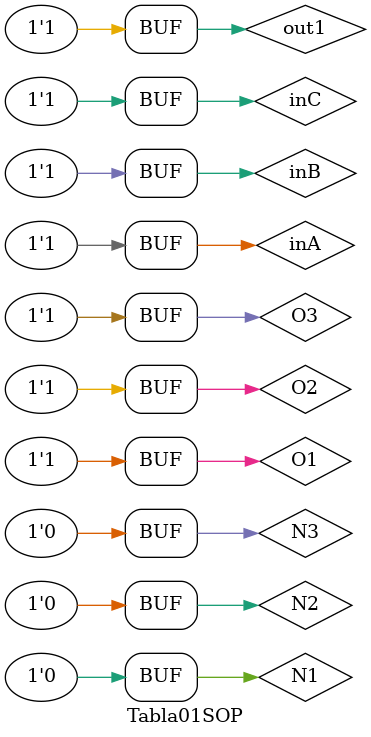
<source format=v>

module Tabla01SOP();

//declaracion de cables
wire N1, N2, N3; //tres compuertas NOT, un cable para cada uno
wire O1, O2, O3; //tres compuertas OR
wire A1, A2, A3, out1; //and principal del circuito con la salida de la tabla

//declaracion de mis entradas
reg inA, inB, inC;

//declaracion de variables
not Na(N1, inA);
not Nb(N2, inB);
not Nc(N3, inC);
and Aa(out1, O1, O2, O3);
or Oa(O1, inA, inB, N3);
or Ob(O2, inA, N2, N3);
or Oc(O3, N1, N2, inC);

initial begin
  $display("A  B  C|  Y");
  $display("-----------");
  $monitor("%b  %b  %b|  %b", inA, inB, inC, out1);

  //las entradas comienzan en cero
  inA=0; inB=0; inC=0; //nuestras posibilidades son 000,001,010,011,100,101,110,111
  #1 inC=1;
  #1 inB=1; inC=0;
  #1 inC=1;
  #1 inA=1; inB=0; inC=0;
  #1 inC=1;
  #1 inB=1; inC=0;
  #1 inC=1;

end


initial begin
  $dumpfile("Tabla01SOP_tb.vcd");
  $dumpvars(0, Tabla01SOP);

end

endmodule

</source>
